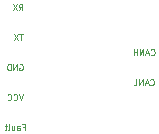
<source format=gbr>
%TF.GenerationSoftware,KiCad,Pcbnew,4.0.4-stable*%
%TF.CreationDate,2016-10-13T01:22:44+03:00*%
%TF.ProjectId,CAN bus transceiver v2,43414E20627573207472616E73636569,rev?*%
%TF.FileFunction,Legend,Bot*%
%FSLAX46Y46*%
G04 Gerber Fmt 4.6, Leading zero omitted, Abs format (unit mm)*
G04 Created by KiCad (PCBNEW 4.0.4-stable) date Thu Oct 13 01:22:44 2016*
%MOMM*%
%LPD*%
G01*
G04 APERTURE LIST*
%ADD10C,0.100000*%
%ADD11C,0.125000*%
%ADD12R,1.750000X1.750000*%
%ADD13C,1.750000*%
G04 APERTURE END LIST*
D10*
D11*
X159527809Y-96698571D02*
X159551619Y-96722381D01*
X159623047Y-96746190D01*
X159670666Y-96746190D01*
X159742095Y-96722381D01*
X159789714Y-96674762D01*
X159813523Y-96627143D01*
X159837333Y-96531905D01*
X159837333Y-96460476D01*
X159813523Y-96365238D01*
X159789714Y-96317619D01*
X159742095Y-96270000D01*
X159670666Y-96246190D01*
X159623047Y-96246190D01*
X159551619Y-96270000D01*
X159527809Y-96293810D01*
X159337333Y-96603333D02*
X159099238Y-96603333D01*
X159384952Y-96746190D02*
X159218285Y-96246190D01*
X159051619Y-96746190D01*
X158884952Y-96746190D02*
X158884952Y-96246190D01*
X158599238Y-96746190D01*
X158599238Y-96246190D01*
X158123047Y-96746190D02*
X158361142Y-96746190D01*
X158361142Y-96246190D01*
X159587333Y-94158571D02*
X159611143Y-94182381D01*
X159682571Y-94206190D01*
X159730190Y-94206190D01*
X159801619Y-94182381D01*
X159849238Y-94134762D01*
X159873047Y-94087143D01*
X159896857Y-93991905D01*
X159896857Y-93920476D01*
X159873047Y-93825238D01*
X159849238Y-93777619D01*
X159801619Y-93730000D01*
X159730190Y-93706190D01*
X159682571Y-93706190D01*
X159611143Y-93730000D01*
X159587333Y-93753810D01*
X159396857Y-94063333D02*
X159158762Y-94063333D01*
X159444476Y-94206190D02*
X159277809Y-93706190D01*
X159111143Y-94206190D01*
X158944476Y-94206190D02*
X158944476Y-93706190D01*
X158658762Y-94206190D01*
X158658762Y-93706190D01*
X158420666Y-94206190D02*
X158420666Y-93706190D01*
X158420666Y-93944286D02*
X158134952Y-93944286D01*
X158134952Y-94206190D02*
X158134952Y-93706190D01*
X148419333Y-90396190D02*
X148586000Y-90158095D01*
X148705047Y-90396190D02*
X148705047Y-89896190D01*
X148514571Y-89896190D01*
X148466952Y-89920000D01*
X148443143Y-89943810D01*
X148419333Y-89991429D01*
X148419333Y-90062857D01*
X148443143Y-90110476D01*
X148466952Y-90134286D01*
X148514571Y-90158095D01*
X148705047Y-90158095D01*
X148252666Y-89896190D02*
X147919333Y-90396190D01*
X147919333Y-89896190D02*
X148252666Y-90396190D01*
X148716952Y-92436190D02*
X148431238Y-92436190D01*
X148574095Y-92936190D02*
X148574095Y-92436190D01*
X148312190Y-92436190D02*
X147978857Y-92936190D01*
X147978857Y-92436190D02*
X148312190Y-92936190D01*
X148462953Y-95000000D02*
X148510572Y-94976190D01*
X148582000Y-94976190D01*
X148653429Y-95000000D01*
X148701048Y-95047619D01*
X148724857Y-95095238D01*
X148748667Y-95190476D01*
X148748667Y-95261905D01*
X148724857Y-95357143D01*
X148701048Y-95404762D01*
X148653429Y-95452381D01*
X148582000Y-95476190D01*
X148534381Y-95476190D01*
X148462953Y-95452381D01*
X148439143Y-95428571D01*
X148439143Y-95261905D01*
X148534381Y-95261905D01*
X148224857Y-95476190D02*
X148224857Y-94976190D01*
X147939143Y-95476190D01*
X147939143Y-94976190D01*
X147701047Y-95476190D02*
X147701047Y-94976190D01*
X147582000Y-94976190D01*
X147510571Y-95000000D01*
X147462952Y-95047619D01*
X147439143Y-95095238D01*
X147415333Y-95190476D01*
X147415333Y-95261905D01*
X147439143Y-95357143D01*
X147462952Y-95404762D01*
X147510571Y-95452381D01*
X147582000Y-95476190D01*
X147701047Y-95476190D01*
X148748666Y-97516190D02*
X148581999Y-98016190D01*
X148415333Y-97516190D01*
X147962952Y-97968571D02*
X147986762Y-97992381D01*
X148058190Y-98016190D01*
X148105809Y-98016190D01*
X148177238Y-97992381D01*
X148224857Y-97944762D01*
X148248666Y-97897143D01*
X148272476Y-97801905D01*
X148272476Y-97730476D01*
X148248666Y-97635238D01*
X148224857Y-97587619D01*
X148177238Y-97540000D01*
X148105809Y-97516190D01*
X148058190Y-97516190D01*
X147986762Y-97540000D01*
X147962952Y-97563810D01*
X147462952Y-97968571D02*
X147486762Y-97992381D01*
X147558190Y-98016190D01*
X147605809Y-98016190D01*
X147677238Y-97992381D01*
X147724857Y-97944762D01*
X147748666Y-97897143D01*
X147772476Y-97801905D01*
X147772476Y-97730476D01*
X147748666Y-97635238D01*
X147724857Y-97587619D01*
X147677238Y-97540000D01*
X147605809Y-97516190D01*
X147558190Y-97516190D01*
X147486762Y-97540000D01*
X147462952Y-97563810D01*
X148736762Y-100294286D02*
X148903428Y-100294286D01*
X148903428Y-100556190D02*
X148903428Y-100056190D01*
X148665333Y-100056190D01*
X148260572Y-100556190D02*
X148260572Y-100294286D01*
X148284381Y-100246667D01*
X148332000Y-100222857D01*
X148427238Y-100222857D01*
X148474857Y-100246667D01*
X148260572Y-100532381D02*
X148308191Y-100556190D01*
X148427238Y-100556190D01*
X148474857Y-100532381D01*
X148498667Y-100484762D01*
X148498667Y-100437143D01*
X148474857Y-100389524D01*
X148427238Y-100365714D01*
X148308191Y-100365714D01*
X148260572Y-100341905D01*
X147808191Y-100222857D02*
X147808191Y-100556190D01*
X148022476Y-100222857D02*
X148022476Y-100484762D01*
X147998667Y-100532381D01*
X147951048Y-100556190D01*
X147879619Y-100556190D01*
X147832000Y-100532381D01*
X147808191Y-100508571D01*
X147498667Y-100556190D02*
X147546286Y-100532381D01*
X147570095Y-100484762D01*
X147570095Y-100056190D01*
X147379619Y-100222857D02*
X147189143Y-100222857D01*
X147308190Y-100056190D02*
X147308190Y-100484762D01*
X147284381Y-100532381D01*
X147236762Y-100556190D01*
X147189143Y-100556190D01*
%LPC*%
D12*
X146050000Y-90170000D03*
D13*
X146050000Y-92670000D03*
X146050000Y-95170000D03*
X146050000Y-97670000D03*
X146050000Y-100170000D03*
D12*
X161290000Y-96520000D03*
D13*
X161290000Y-94020000D03*
M02*

</source>
